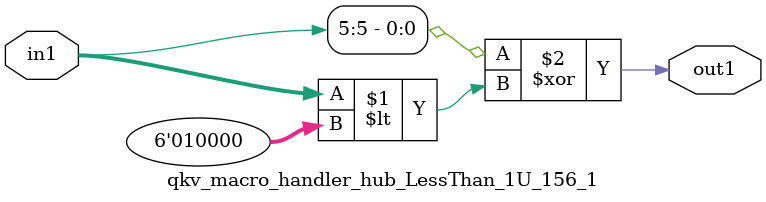
<source format=v>

`timescale 1ps / 1ps


module qkv_macro_handler_hub_LessThan_1U_156_1( in1, out1 );

    input [5:0] in1;
    output out1;

    
    // rtl_process:qkv_macro_handler_hub_LessThan_1U_11_1/qkv_macro_handler_hub_LessThan_1U_11_1_thread_1
    assign out1 = (in1[5] ^ in1 < 6'd16);

endmodule





</source>
